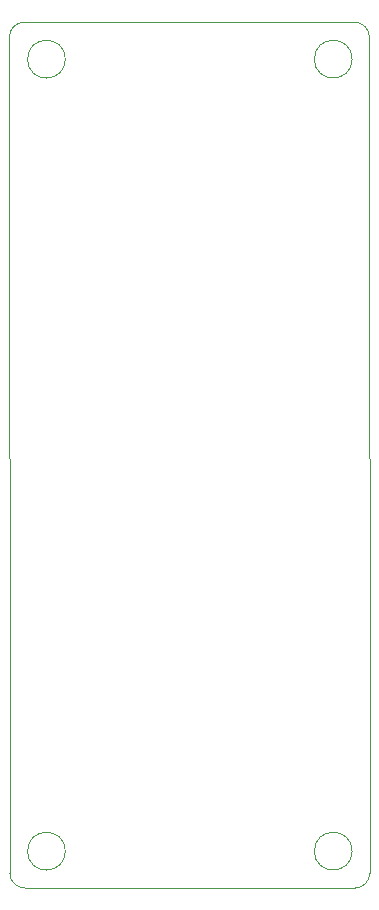
<source format=gbr>
%TF.GenerationSoftware,KiCad,Pcbnew,8.0.8-8.0.8-0~ubuntu24.04.1*%
%TF.CreationDate,2025-02-15T13:21:10-07:00*%
%TF.ProjectId,ESP32 IMU,45535033-3220-4494-9d55-2e6b69636164,rev?*%
%TF.SameCoordinates,Original*%
%TF.FileFunction,Profile,NP*%
%FSLAX46Y46*%
G04 Gerber Fmt 4.6, Leading zero omitted, Abs format (unit mm)*
G04 Created by KiCad (PCBNEW 8.0.8-8.0.8-0~ubuntu24.04.1) date 2025-02-15 13:21:10*
%MOMM*%
%LPD*%
G01*
G04 APERTURE LIST*
%TA.AperFunction,Profile*%
%ADD10C,0.050000*%
%TD*%
G04 APERTURE END LIST*
D10*
X114260000Y-59020000D02*
X114300000Y-129794000D01*
X115530000Y-57750000D02*
X143470000Y-57750000D01*
X143281200Y-127939600D02*
G75*
G02*
X140081200Y-127939600I-1600000J0D01*
G01*
X140081200Y-127939600D02*
G75*
G02*
X143281200Y-127939600I1600000J0D01*
G01*
X118998800Y-127939600D02*
G75*
G02*
X115798800Y-127939600I-1600000J0D01*
G01*
X115798800Y-127939600D02*
G75*
G02*
X118998800Y-127939600I1600000J0D01*
G01*
X144780000Y-129794000D02*
G75*
G02*
X143510000Y-131064000I-1270000J0D01*
G01*
X143281200Y-60883600D02*
G75*
G02*
X140081200Y-60883600I-1600000J0D01*
G01*
X140081200Y-60883600D02*
G75*
G02*
X143281200Y-60883600I1600000J0D01*
G01*
X115570000Y-131064000D02*
G75*
G02*
X114300000Y-129794000I0J1270000D01*
G01*
X144780000Y-129794000D02*
X144740000Y-59020000D01*
X114258026Y-59018026D02*
G75*
G02*
X115528026Y-57748026I1269974J26D01*
G01*
X118998800Y-60883600D02*
G75*
G02*
X115798800Y-60883600I-1600000J0D01*
G01*
X115798800Y-60883600D02*
G75*
G02*
X118998800Y-60883600I1600000J0D01*
G01*
X143470000Y-57750000D02*
G75*
G02*
X144740000Y-59020000I0J-1270000D01*
G01*
X115570000Y-131064000D02*
X143510000Y-131064000D01*
M02*

</source>
